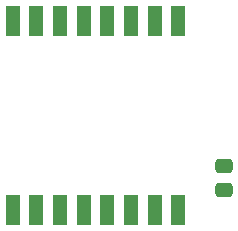
<source format=gbr>
%TF.GenerationSoftware,KiCad,Pcbnew,7.0.11-2.fc39*%
%TF.CreationDate,2024-04-30T19:09:02-04:00*%
%TF.ProjectId,OS42Mini,4f533432-4d69-46e6-992e-6b696361645f,rev?*%
%TF.SameCoordinates,Original*%
%TF.FileFunction,Paste,Bot*%
%TF.FilePolarity,Positive*%
%FSLAX46Y46*%
G04 Gerber Fmt 4.6, Leading zero omitted, Abs format (unit mm)*
G04 Created by KiCad (PCBNEW 7.0.11-2.fc39) date 2024-04-30 19:09:02*
%MOMM*%
%LPD*%
G01*
G04 APERTURE LIST*
G04 Aperture macros list*
%AMRoundRect*
0 Rectangle with rounded corners*
0 $1 Rounding radius*
0 $2 $3 $4 $5 $6 $7 $8 $9 X,Y pos of 4 corners*
0 Add a 4 corners polygon primitive as box body*
4,1,4,$2,$3,$4,$5,$6,$7,$8,$9,$2,$3,0*
0 Add four circle primitives for the rounded corners*
1,1,$1+$1,$2,$3*
1,1,$1+$1,$4,$5*
1,1,$1+$1,$6,$7*
1,1,$1+$1,$8,$9*
0 Add four rect primitives between the rounded corners*
20,1,$1+$1,$2,$3,$4,$5,0*
20,1,$1+$1,$4,$5,$6,$7,0*
20,1,$1+$1,$6,$7,$8,$9,0*
20,1,$1+$1,$8,$9,$2,$3,0*%
G04 Aperture macros list end*
%ADD10R,1.200000X2.660000*%
%ADD11RoundRect,0.250000X0.475000X-0.337500X0.475000X0.337500X-0.475000X0.337500X-0.475000X-0.337500X0*%
G04 APERTURE END LIST*
D10*
%TO.C,U2*%
X141860000Y-107080000D03*
X143860000Y-107080000D03*
X145860000Y-107080000D03*
X147860000Y-107080000D03*
X149860000Y-107080000D03*
X151860000Y-107080000D03*
X153860000Y-107080000D03*
X155860000Y-107080000D03*
X141860000Y-123080000D03*
X143860000Y-123080000D03*
X145860000Y-123080000D03*
X147860000Y-123080000D03*
X149860000Y-123080000D03*
X151860000Y-123080000D03*
X153860000Y-123080000D03*
X155860000Y-123080000D03*
%TD*%
D11*
%TO.C,C5*%
X159766000Y-121433500D03*
X159766000Y-119358500D03*
%TD*%
M02*

</source>
